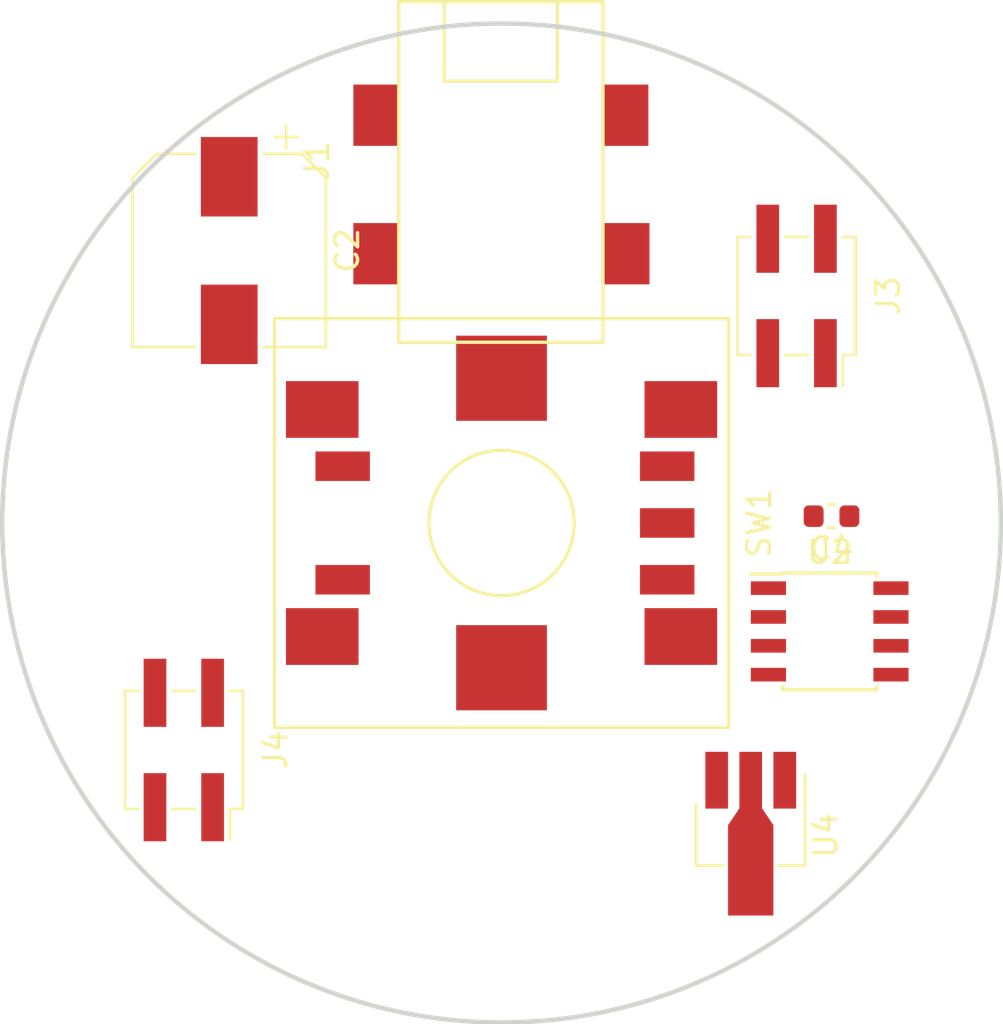
<source format=kicad_pcb>
(kicad_pcb (version 20171130) (host pcbnew 5.0.0-fee4fd1~66~ubuntu18.04.1)

  (general
    (thickness 1.6)
    (drawings 1)
    (tracks 0)
    (zones 0)
    (modules 8)
    (nets 12)
  )

  (page A4)
  (layers
    (0 F.Cu signal)
    (31 B.Cu signal)
    (32 B.Adhes user)
    (33 F.Adhes user)
    (34 B.Paste user)
    (35 F.Paste user)
    (36 B.SilkS user)
    (37 F.SilkS user)
    (38 B.Mask user)
    (39 F.Mask user)
    (40 Dwgs.User user)
    (41 Cmts.User user)
    (42 Eco1.User user)
    (43 Eco2.User user)
    (44 Edge.Cuts user)
    (45 Margin user)
    (46 B.CrtYd user)
    (47 F.CrtYd user)
    (48 B.Fab user)
    (49 F.Fab user)
  )

  (setup
    (last_trace_width 0.25)
    (trace_clearance 0.2)
    (zone_clearance 0.508)
    (zone_45_only no)
    (trace_min 0.2)
    (segment_width 0.2)
    (edge_width 0.2)
    (via_size 0.8)
    (via_drill 0.4)
    (via_min_size 0.4)
    (via_min_drill 0.3)
    (uvia_size 0.3)
    (uvia_drill 0.1)
    (uvias_allowed no)
    (uvia_min_size 0.2)
    (uvia_min_drill 0.1)
    (pcb_text_width 0.3)
    (pcb_text_size 1.5 1.5)
    (mod_edge_width 0.15)
    (mod_text_size 1 1)
    (mod_text_width 0.15)
    (pad_size 1.524 1.524)
    (pad_drill 0.762)
    (pad_to_mask_clearance 0.2)
    (aux_axis_origin 0 0)
    (visible_elements FFFFFF7F)
    (pcbplotparams
      (layerselection 0x010fc_ffffffff)
      (usegerberextensions false)
      (usegerberattributes false)
      (usegerberadvancedattributes false)
      (creategerberjobfile false)
      (excludeedgelayer true)
      (linewidth 0.150000)
      (plotframeref false)
      (viasonmask false)
      (mode 1)
      (useauxorigin false)
      (hpglpennumber 1)
      (hpglpenspeed 20)
      (hpglpendiameter 15.000000)
      (psnegative false)
      (psa4output false)
      (plotreference true)
      (plotvalue true)
      (plotinvisibletext false)
      (padsonsilk false)
      (subtractmaskfromsilk false)
      (outputformat 1)
      (mirror false)
      (drillshape 1)
      (scaleselection 1)
      (outputdirectory ""))
  )

  (net 0 "")
  (net 1 +24V)
  (net 2 /-12V_LOWER)
  (net 3 "Net-(C4-Pad1)")
  (net 4 "Net-(J3-Pad1)")
  (net 5 /VGND_LOWER)
  (net 6 "Net-(J3-Pad3)")
  (net 7 "Net-(J4-Pad1)")
  (net 8 "Net-(U2-Pad4)")
  (net 9 "Net-(U2-Pad5)")
  (net 10 "Net-(U2-Pad6)")
  (net 11 "Net-(U2-Pad7)")

  (net_class Default "This is the default net class."
    (clearance 0.2)
    (trace_width 0.25)
    (via_dia 0.8)
    (via_drill 0.4)
    (uvia_dia 0.3)
    (uvia_drill 0.1)
    (add_net +24V)
    (add_net /-12V_LOWER)
    (add_net /VGND_LOWER)
    (add_net "Net-(C4-Pad1)")
    (add_net "Net-(J3-Pad1)")
    (add_net "Net-(J3-Pad3)")
    (add_net "Net-(J4-Pad1)")
    (add_net "Net-(U2-Pad4)")
    (add_net "Net-(U2-Pad5)")
    (add_net "Net-(U2-Pad6)")
    (add_net "Net-(U2-Pad7)")
  )

  (module footprints:BARREL_CON_SMD (layer F.Cu) (tedit 5BD8170F) (tstamp 5BB66387)
    (at 99.97 84.04 270)
    (path /5B981AC0)
    (fp_text reference J1 (at 0 8.1 270) (layer F.SilkS)
      (effects (font (size 1 1) (thickness 0.15)))
    )
    (fp_text value Barrel_Jack (at 0 -7.9 270) (layer F.Fab)
      (effects (font (size 1 1) (thickness 0.15)))
    )
    (fp_line (start -7 -4.5) (end 8 -4.5) (layer F.SilkS) (width 0.15))
    (fp_line (start 8 -4.5) (end 8 4.5) (layer F.SilkS) (width 0.15))
    (fp_line (start 8 4.5) (end -7 4.5) (layer F.SilkS) (width 0.15))
    (fp_line (start -7 4.5) (end -7 -4.5) (layer F.SilkS) (width 0.15))
    (fp_line (start -7 -2.5) (end -3.5 -2.5) (layer F.SilkS) (width 0.15))
    (fp_line (start -3.5 -2.5) (end -3.5 2.5) (layer F.SilkS) (width 0.15))
    (fp_line (start -3.5 2.5) (end -7 2.5) (layer F.SilkS) (width 0.15))
    (pad "" np_thru_hole circle (at -2 0 270) (size 1.6 1.6) (drill 1.6) (layers *.Cu *.Mask))
    (pad "" np_thru_hole circle (at 2.5 0 270) (size 1.8 1.8) (drill 1.8) (layers *.Cu *.Mask))
    (pad 1 smd rect (at -2 -5.5 270) (size 2.7 2) (layers F.Cu F.Paste F.Mask)
      (net 1 +24V))
    (pad 2 smd rect (at -2 5.5 270) (size 2.7 2) (layers F.Cu F.Paste F.Mask)
      (net 2 /-12V_LOWER))
    (pad 1 smd rect (at 4.1 -5.55 270) (size 2.7 2) (layers F.Cu F.Paste F.Mask)
      (net 1 +24V))
    (pad 3 smd rect (at 4.1 5.5 270) (size 2.7 2) (layers F.Cu F.Paste F.Mask))
  )

  (module Capacitor_SMD:CP_Elec_8x10 (layer F.Cu) (tedit 5A841F9D) (tstamp 5BB273F4)
    (at 88 88 270)
    (descr "SMT capacitor, aluminium electrolytic, 8x10, Nichicon ")
    (tags "Capacitor Electrolytic")
    (path /5B979063)
    (attr smd)
    (fp_text reference C2 (at 0 -5.2 270) (layer F.SilkS)
      (effects (font (size 1 1) (thickness 0.15)))
    )
    (fp_text value 330uF (at 0 5.2 270) (layer F.Fab)
      (effects (font (size 1 1) (thickness 0.15)))
    )
    (fp_circle (center 0 0) (end 4 0) (layer F.Fab) (width 0.1))
    (fp_line (start 4.15 -4.15) (end 4.15 4.15) (layer F.Fab) (width 0.1))
    (fp_line (start -3.15 -4.15) (end 4.15 -4.15) (layer F.Fab) (width 0.1))
    (fp_line (start -3.15 4.15) (end 4.15 4.15) (layer F.Fab) (width 0.1))
    (fp_line (start -4.15 -3.15) (end -4.15 3.15) (layer F.Fab) (width 0.1))
    (fp_line (start -4.15 -3.15) (end -3.15 -4.15) (layer F.Fab) (width 0.1))
    (fp_line (start -4.15 3.15) (end -3.15 4.15) (layer F.Fab) (width 0.1))
    (fp_line (start -3.562278 -1.5) (end -2.762278 -1.5) (layer F.Fab) (width 0.1))
    (fp_line (start -3.162278 -1.9) (end -3.162278 -1.1) (layer F.Fab) (width 0.1))
    (fp_line (start 4.26 4.26) (end 4.26 1.51) (layer F.SilkS) (width 0.12))
    (fp_line (start 4.26 -4.26) (end 4.26 -1.51) (layer F.SilkS) (width 0.12))
    (fp_line (start -3.195563 -4.26) (end 4.26 -4.26) (layer F.SilkS) (width 0.12))
    (fp_line (start -3.195563 4.26) (end 4.26 4.26) (layer F.SilkS) (width 0.12))
    (fp_line (start -4.26 3.195563) (end -4.26 1.51) (layer F.SilkS) (width 0.12))
    (fp_line (start -4.26 -3.195563) (end -4.26 -1.51) (layer F.SilkS) (width 0.12))
    (fp_line (start -4.26 -3.195563) (end -3.195563 -4.26) (layer F.SilkS) (width 0.12))
    (fp_line (start -4.26 3.195563) (end -3.195563 4.26) (layer F.SilkS) (width 0.12))
    (fp_line (start -5.5 -2.51) (end -4.5 -2.51) (layer F.SilkS) (width 0.12))
    (fp_line (start -5 -3.01) (end -5 -2.01) (layer F.SilkS) (width 0.12))
    (fp_line (start 4.4 -4.4) (end 4.4 -1.5) (layer F.CrtYd) (width 0.05))
    (fp_line (start 4.4 -1.5) (end 5.25 -1.5) (layer F.CrtYd) (width 0.05))
    (fp_line (start 5.25 -1.5) (end 5.25 1.5) (layer F.CrtYd) (width 0.05))
    (fp_line (start 5.25 1.5) (end 4.4 1.5) (layer F.CrtYd) (width 0.05))
    (fp_line (start 4.4 1.5) (end 4.4 4.4) (layer F.CrtYd) (width 0.05))
    (fp_line (start -3.25 4.4) (end 4.4 4.4) (layer F.CrtYd) (width 0.05))
    (fp_line (start -3.25 -4.4) (end 4.4 -4.4) (layer F.CrtYd) (width 0.05))
    (fp_line (start -4.4 3.25) (end -3.25 4.4) (layer F.CrtYd) (width 0.05))
    (fp_line (start -4.4 -3.25) (end -3.25 -4.4) (layer F.CrtYd) (width 0.05))
    (fp_line (start -4.4 -3.25) (end -4.4 -1.5) (layer F.CrtYd) (width 0.05))
    (fp_line (start -4.4 1.5) (end -4.4 3.25) (layer F.CrtYd) (width 0.05))
    (fp_line (start -4.4 -1.5) (end -5.25 -1.5) (layer F.CrtYd) (width 0.05))
    (fp_line (start -5.25 -1.5) (end -5.25 1.5) (layer F.CrtYd) (width 0.05))
    (fp_line (start -5.25 1.5) (end -4.4 1.5) (layer F.CrtYd) (width 0.05))
    (fp_text user %R (at 0 0 270) (layer F.Fab)
      (effects (font (size 1 1) (thickness 0.15)))
    )
    (pad 1 smd rect (at -3.25 0 270) (size 3.5 2.5) (layers F.Cu F.Paste F.Mask)
      (net 1 +24V))
    (pad 2 smd rect (at 3.25 0 270) (size 3.5 2.5) (layers F.Cu F.Paste F.Mask)
      (net 2 /-12V_LOWER))
    (model ${KISYS3DMOD}/Capacitor_SMD.3dshapes/CP_Elec_8x10.wrl
      (at (xyz 0 0 0))
      (scale (xyz 1 1 1))
      (rotate (xyz 0 0 0))
    )
  )

  (module Capacitor_SMD:C_0603_1608Metric (layer F.Cu) (tedit 5B301BBE) (tstamp 5BB27405)
    (at 114.54 99.7 180)
    (descr "Capacitor SMD 0603 (1608 Metric), square (rectangular) end terminal, IPC_7351 nominal, (Body size source: http://www.tortai-tech.com/upload/download/2011102023233369053.pdf), generated with kicad-footprint-generator")
    (tags capacitor)
    (path /5B996BD0)
    (attr smd)
    (fp_text reference C4 (at 0 -1.43 180) (layer F.SilkS)
      (effects (font (size 1 1) (thickness 0.15)))
    )
    (fp_text value "1 uF" (at 0 1.43 180) (layer F.Fab)
      (effects (font (size 1 1) (thickness 0.15)))
    )
    (fp_line (start -0.8 0.4) (end -0.8 -0.4) (layer F.Fab) (width 0.1))
    (fp_line (start -0.8 -0.4) (end 0.8 -0.4) (layer F.Fab) (width 0.1))
    (fp_line (start 0.8 -0.4) (end 0.8 0.4) (layer F.Fab) (width 0.1))
    (fp_line (start 0.8 0.4) (end -0.8 0.4) (layer F.Fab) (width 0.1))
    (fp_line (start -0.162779 -0.51) (end 0.162779 -0.51) (layer F.SilkS) (width 0.12))
    (fp_line (start -0.162779 0.51) (end 0.162779 0.51) (layer F.SilkS) (width 0.12))
    (fp_line (start -1.48 0.73) (end -1.48 -0.73) (layer F.CrtYd) (width 0.05))
    (fp_line (start -1.48 -0.73) (end 1.48 -0.73) (layer F.CrtYd) (width 0.05))
    (fp_line (start 1.48 -0.73) (end 1.48 0.73) (layer F.CrtYd) (width 0.05))
    (fp_line (start 1.48 0.73) (end -1.48 0.73) (layer F.CrtYd) (width 0.05))
    (fp_text user %R (at 0 0 180) (layer F.Fab)
      (effects (font (size 0.4 0.4) (thickness 0.06)))
    )
    (pad 1 smd roundrect (at -0.7875 0 180) (size 0.875 0.95) (layers F.Cu F.Paste F.Mask) (roundrect_rratio 0.25)
      (net 3 "Net-(C4-Pad1)"))
    (pad 2 smd roundrect (at 0.7875 0 180) (size 0.875 0.95) (layers F.Cu F.Paste F.Mask) (roundrect_rratio 0.25)
      (net 2 /-12V_LOWER))
    (model ${KISYS3DMOD}/Capacitor_SMD.3dshapes/C_0603_1608Metric.wrl
      (at (xyz 0 0 0))
      (scale (xyz 1 1 1))
      (rotate (xyz 0 0 0))
    )
  )

  (module Connector_PinSocket_2.54mm:PinSocket_2x02_P2.54mm_Vertical_SMD (layer F.Cu) (tedit 5A19A426) (tstamp 5BB2743D)
    (at 113 90 270)
    (descr "surface-mounted straight socket strip, 2x02, 2.54mm pitch, double cols (from Kicad 4.0.7), script generated")
    (tags "Surface mounted socket strip SMD 2x02 2.54mm double row")
    (path /5B99D256)
    (attr smd)
    (fp_text reference J3 (at 0 -4.04 270) (layer F.SilkS)
      (effects (font (size 1 1) (thickness 0.15)))
    )
    (fp_text value Conn_02x02_Odd_Even (at 0 4.04 270) (layer F.Fab)
      (effects (font (size 1 1) (thickness 0.15)))
    )
    (fp_line (start -2.6 -2.6) (end 2.6 -2.6) (layer F.SilkS) (width 0.12))
    (fp_line (start 2.6 -2.6) (end 2.6 -2.03) (layer F.SilkS) (width 0.12))
    (fp_line (start 2.6 -0.51) (end 2.6 0.51) (layer F.SilkS) (width 0.12))
    (fp_line (start 2.6 2.03) (end 2.6 2.6) (layer F.SilkS) (width 0.12))
    (fp_line (start -2.6 2.6) (end 2.6 2.6) (layer F.SilkS) (width 0.12))
    (fp_line (start -2.6 -2.6) (end -2.6 -2.03) (layer F.SilkS) (width 0.12))
    (fp_line (start -2.6 -0.51) (end -2.6 0.51) (layer F.SilkS) (width 0.12))
    (fp_line (start -2.6 2.03) (end -2.6 2.6) (layer F.SilkS) (width 0.12))
    (fp_line (start 2.6 -2.03) (end 3.96 -2.03) (layer F.SilkS) (width 0.12))
    (fp_line (start -2.54 -2.54) (end 1.54 -2.54) (layer F.Fab) (width 0.1))
    (fp_line (start 1.54 -2.54) (end 2.54 -1.54) (layer F.Fab) (width 0.1))
    (fp_line (start 2.54 -1.54) (end 2.54 2.54) (layer F.Fab) (width 0.1))
    (fp_line (start 2.54 2.54) (end -2.54 2.54) (layer F.Fab) (width 0.1))
    (fp_line (start -2.54 2.54) (end -2.54 -2.54) (layer F.Fab) (width 0.1))
    (fp_line (start -3.92 -1.59) (end -2.54 -1.59) (layer F.Fab) (width 0.1))
    (fp_line (start -2.54 -0.95) (end -3.92 -0.95) (layer F.Fab) (width 0.1))
    (fp_line (start -3.92 -0.95) (end -3.92 -1.59) (layer F.Fab) (width 0.1))
    (fp_line (start 2.54 -1.59) (end 3.92 -1.59) (layer F.Fab) (width 0.1))
    (fp_line (start 3.92 -1.59) (end 3.92 -0.95) (layer F.Fab) (width 0.1))
    (fp_line (start 3.92 -0.95) (end 2.54 -0.95) (layer F.Fab) (width 0.1))
    (fp_line (start -3.92 0.95) (end -2.54 0.95) (layer F.Fab) (width 0.1))
    (fp_line (start -2.54 1.59) (end -3.92 1.59) (layer F.Fab) (width 0.1))
    (fp_line (start -3.92 1.59) (end -3.92 0.95) (layer F.Fab) (width 0.1))
    (fp_line (start 2.54 0.95) (end 3.92 0.95) (layer F.Fab) (width 0.1))
    (fp_line (start 3.92 0.95) (end 3.92 1.59) (layer F.Fab) (width 0.1))
    (fp_line (start 3.92 1.59) (end 2.54 1.59) (layer F.Fab) (width 0.1))
    (fp_line (start -4.55 -3.05) (end 4.5 -3.05) (layer F.CrtYd) (width 0.05))
    (fp_line (start 4.5 -3.05) (end 4.5 3.05) (layer F.CrtYd) (width 0.05))
    (fp_line (start 4.5 3.05) (end -4.55 3.05) (layer F.CrtYd) (width 0.05))
    (fp_line (start -4.55 3.05) (end -4.55 -3.05) (layer F.CrtYd) (width 0.05))
    (fp_text user %R (at 0 0 180) (layer F.Fab)
      (effects (font (size 1 1) (thickness 0.15)))
    )
    (pad 1 smd rect (at 2.52 -1.27 270) (size 3 1) (layers F.Cu F.Paste F.Mask)
      (net 4 "Net-(J3-Pad1)"))
    (pad 2 smd rect (at -2.52 -1.27 270) (size 3 1) (layers F.Cu F.Paste F.Mask)
      (net 5 /VGND_LOWER))
    (pad 3 smd rect (at 2.52 1.27 270) (size 3 1) (layers F.Cu F.Paste F.Mask)
      (net 6 "Net-(J3-Pad3)"))
    (pad 4 smd rect (at -2.52 1.27 270) (size 3 1) (layers F.Cu F.Paste F.Mask)
      (net 5 /VGND_LOWER))
    (model ${KISYS3DMOD}/Connector_PinSocket_2.54mm.3dshapes/PinSocket_2x02_P2.54mm_Vertical_SMD.wrl
      (at (xyz 0 0 0))
      (scale (xyz 1 1 1))
      (rotate (xyz 0 0 0))
    )
  )

  (module Connector_PinSocket_2.54mm:PinSocket_2x02_P2.54mm_Vertical_SMD (layer F.Cu) (tedit 5A19A426) (tstamp 5BB27464)
    (at 86 110 270)
    (descr "surface-mounted straight socket strip, 2x02, 2.54mm pitch, double cols (from Kicad 4.0.7), script generated")
    (tags "Surface mounted socket strip SMD 2x02 2.54mm double row")
    (path /5BA02251)
    (attr smd)
    (fp_text reference J4 (at 0 -4.04 270) (layer F.SilkS)
      (effects (font (size 1 1) (thickness 0.15)))
    )
    (fp_text value Conn_02x02_Odd_Even (at 0 4.04 270) (layer F.Fab)
      (effects (font (size 1 1) (thickness 0.15)))
    )
    (fp_text user %R (at 0 0) (layer F.Fab)
      (effects (font (size 1 1) (thickness 0.15)))
    )
    (fp_line (start -4.55 3.05) (end -4.55 -3.05) (layer F.CrtYd) (width 0.05))
    (fp_line (start 4.5 3.05) (end -4.55 3.05) (layer F.CrtYd) (width 0.05))
    (fp_line (start 4.5 -3.05) (end 4.5 3.05) (layer F.CrtYd) (width 0.05))
    (fp_line (start -4.55 -3.05) (end 4.5 -3.05) (layer F.CrtYd) (width 0.05))
    (fp_line (start 3.92 1.59) (end 2.54 1.59) (layer F.Fab) (width 0.1))
    (fp_line (start 3.92 0.95) (end 3.92 1.59) (layer F.Fab) (width 0.1))
    (fp_line (start 2.54 0.95) (end 3.92 0.95) (layer F.Fab) (width 0.1))
    (fp_line (start -3.92 1.59) (end -3.92 0.95) (layer F.Fab) (width 0.1))
    (fp_line (start -2.54 1.59) (end -3.92 1.59) (layer F.Fab) (width 0.1))
    (fp_line (start -3.92 0.95) (end -2.54 0.95) (layer F.Fab) (width 0.1))
    (fp_line (start 3.92 -0.95) (end 2.54 -0.95) (layer F.Fab) (width 0.1))
    (fp_line (start 3.92 -1.59) (end 3.92 -0.95) (layer F.Fab) (width 0.1))
    (fp_line (start 2.54 -1.59) (end 3.92 -1.59) (layer F.Fab) (width 0.1))
    (fp_line (start -3.92 -0.95) (end -3.92 -1.59) (layer F.Fab) (width 0.1))
    (fp_line (start -2.54 -0.95) (end -3.92 -0.95) (layer F.Fab) (width 0.1))
    (fp_line (start -3.92 -1.59) (end -2.54 -1.59) (layer F.Fab) (width 0.1))
    (fp_line (start -2.54 2.54) (end -2.54 -2.54) (layer F.Fab) (width 0.1))
    (fp_line (start 2.54 2.54) (end -2.54 2.54) (layer F.Fab) (width 0.1))
    (fp_line (start 2.54 -1.54) (end 2.54 2.54) (layer F.Fab) (width 0.1))
    (fp_line (start 1.54 -2.54) (end 2.54 -1.54) (layer F.Fab) (width 0.1))
    (fp_line (start -2.54 -2.54) (end 1.54 -2.54) (layer F.Fab) (width 0.1))
    (fp_line (start 2.6 -2.03) (end 3.96 -2.03) (layer F.SilkS) (width 0.12))
    (fp_line (start -2.6 2.03) (end -2.6 2.6) (layer F.SilkS) (width 0.12))
    (fp_line (start -2.6 -0.51) (end -2.6 0.51) (layer F.SilkS) (width 0.12))
    (fp_line (start -2.6 -2.6) (end -2.6 -2.03) (layer F.SilkS) (width 0.12))
    (fp_line (start -2.6 2.6) (end 2.6 2.6) (layer F.SilkS) (width 0.12))
    (fp_line (start 2.6 2.03) (end 2.6 2.6) (layer F.SilkS) (width 0.12))
    (fp_line (start 2.6 -0.51) (end 2.6 0.51) (layer F.SilkS) (width 0.12))
    (fp_line (start 2.6 -2.6) (end 2.6 -2.03) (layer F.SilkS) (width 0.12))
    (fp_line (start -2.6 -2.6) (end 2.6 -2.6) (layer F.SilkS) (width 0.12))
    (pad 4 smd rect (at -2.52 1.27 270) (size 3 1) (layers F.Cu F.Paste F.Mask)
      (net 2 /-12V_LOWER))
    (pad 3 smd rect (at 2.52 1.27 270) (size 3 1) (layers F.Cu F.Paste F.Mask)
      (net 5 /VGND_LOWER))
    (pad 2 smd rect (at -2.52 -1.27 270) (size 3 1) (layers F.Cu F.Paste F.Mask)
      (net 1 +24V))
    (pad 1 smd rect (at 2.52 -1.27 270) (size 3 1) (layers F.Cu F.Paste F.Mask)
      (net 7 "Net-(J4-Pad1)"))
    (model ${KISYS3DMOD}/Connector_PinSocket_2.54mm.3dshapes/PinSocket_2x02_P2.54mm_Vertical_SMD.wrl
      (at (xyz 0 0 0))
      (scale (xyz 1 1 1))
      (rotate (xyz 0 0 0))
    )
  )

  (module footprints:ALPS_EC11_SMD (layer F.Cu) (tedit 5B9E3B54) (tstamp 5BB2747A)
    (at 100 100 90)
    (path /5B99C0A9)
    (fp_text reference SW1 (at 0 11.35 90) (layer F.SilkS)
      (effects (font (size 1 1) (thickness 0.15)))
    )
    (fp_text value Rotary_Encoder (at 0 -11.2 90) (layer F.Fab)
      (effects (font (size 1 1) (thickness 0.15)))
    )
    (fp_circle (center 0 0) (end 3.2 0) (layer F.SilkS) (width 0.15))
    (fp_line (start -9 -10) (end 9 -10) (layer F.SilkS) (width 0.15))
    (fp_line (start 9 -10) (end 9 10) (layer F.SilkS) (width 0.15))
    (fp_line (start 9 10) (end -9 10) (layer F.SilkS) (width 0.15))
    (fp_line (start -9 10) (end -9 -10) (layer F.SilkS) (width 0.15))
    (pad MP smd rect (at -6.375 0 90) (size 3.75 4) (layers F.Cu F.Paste F.Mask))
    (pad MP smd rect (at 6.375 0 90) (size 3.75 4) (layers F.Cu F.Paste F.Mask))
    (pad MP smd rect (at -5 -7.9 90) (size 2.5 3.2) (layers F.Cu F.Paste F.Mask))
    (pad MP smd rect (at 5 -7.9 90) (size 2.5 3.2) (layers F.Cu F.Paste F.Mask))
    (pad MP smd rect (at -5 7.9 90) (size 2.5 3.2) (layers F.Cu F.Paste F.Mask))
    (pad MP smd rect (at 5 7.9 90) (size 2.5 3.2) (layers F.Cu F.Paste F.Mask))
    (pad "" np_thru_hole circle (at 0 0 90) (size 2.1 2.1) (drill 2.1) (layers *.Cu *.Mask))
    (pad "" np_thru_hole circle (at 0 4.5 90) (size 1.6 1.6) (drill 1.6) (layers *.Cu *.Mask))
    (pad C smd rect (at 0 7.3 90) (size 1.3 2.4) (layers F.Cu F.Paste F.Mask)
      (net 5 /VGND_LOWER))
    (pad B smd rect (at 2.5 7.3 90) (size 1.3 2.4) (layers F.Cu F.Paste F.Mask)
      (net 6 "Net-(J3-Pad3)"))
    (pad A smd rect (at -2.5 7.3 90) (size 1.3 2.4) (layers F.Cu F.Paste F.Mask)
      (net 4 "Net-(J3-Pad1)"))
    (pad MP smd rect (at -2.5 -7 90) (size 1.3 2.4) (layers F.Cu F.Paste F.Mask))
    (pad MP smd rect (at 2.5 -7 90) (size 1.3 2.4) (layers F.Cu F.Paste F.Mask))
  )

  (module Package_SO:SOIC-8_3.9x4.9mm_P1.27mm (layer F.Cu) (tedit 5A02F2D3) (tstamp 5BB27497)
    (at 114.46 104.775)
    (descr "8-Lead Plastic Small Outline (SN) - Narrow, 3.90 mm Body [SOIC] (see Microchip Packaging Specification 00000049BS.pdf)")
    (tags "SOIC 1.27")
    (path /5B99331B)
    (attr smd)
    (fp_text reference U2 (at 0 -3.5) (layer F.SilkS)
      (effects (font (size 1 1) (thickness 0.15)))
    )
    (fp_text value TLE2426xD (at 0 3.5) (layer F.Fab)
      (effects (font (size 1 1) (thickness 0.15)))
    )
    (fp_text user %R (at 0 0) (layer F.Fab)
      (effects (font (size 1 1) (thickness 0.15)))
    )
    (fp_line (start -0.95 -2.45) (end 1.95 -2.45) (layer F.Fab) (width 0.1))
    (fp_line (start 1.95 -2.45) (end 1.95 2.45) (layer F.Fab) (width 0.1))
    (fp_line (start 1.95 2.45) (end -1.95 2.45) (layer F.Fab) (width 0.1))
    (fp_line (start -1.95 2.45) (end -1.95 -1.45) (layer F.Fab) (width 0.1))
    (fp_line (start -1.95 -1.45) (end -0.95 -2.45) (layer F.Fab) (width 0.1))
    (fp_line (start -3.73 -2.7) (end -3.73 2.7) (layer F.CrtYd) (width 0.05))
    (fp_line (start 3.73 -2.7) (end 3.73 2.7) (layer F.CrtYd) (width 0.05))
    (fp_line (start -3.73 -2.7) (end 3.73 -2.7) (layer F.CrtYd) (width 0.05))
    (fp_line (start -3.73 2.7) (end 3.73 2.7) (layer F.CrtYd) (width 0.05))
    (fp_line (start -2.075 -2.575) (end -2.075 -2.525) (layer F.SilkS) (width 0.15))
    (fp_line (start 2.075 -2.575) (end 2.075 -2.43) (layer F.SilkS) (width 0.15))
    (fp_line (start 2.075 2.575) (end 2.075 2.43) (layer F.SilkS) (width 0.15))
    (fp_line (start -2.075 2.575) (end -2.075 2.43) (layer F.SilkS) (width 0.15))
    (fp_line (start -2.075 -2.575) (end 2.075 -2.575) (layer F.SilkS) (width 0.15))
    (fp_line (start -2.075 2.575) (end 2.075 2.575) (layer F.SilkS) (width 0.15))
    (fp_line (start -2.075 -2.525) (end -3.475 -2.525) (layer F.SilkS) (width 0.15))
    (pad 1 smd rect (at -2.7 -1.905) (size 1.55 0.6) (layers F.Cu F.Paste F.Mask)
      (net 5 /VGND_LOWER))
    (pad 2 smd rect (at -2.7 -0.635) (size 1.55 0.6) (layers F.Cu F.Paste F.Mask)
      (net 2 /-12V_LOWER))
    (pad 3 smd rect (at -2.7 0.635) (size 1.55 0.6) (layers F.Cu F.Paste F.Mask)
      (net 1 +24V))
    (pad 4 smd rect (at -2.7 1.905) (size 1.55 0.6) (layers F.Cu F.Paste F.Mask)
      (net 8 "Net-(U2-Pad4)"))
    (pad 5 smd rect (at 2.7 1.905) (size 1.55 0.6) (layers F.Cu F.Paste F.Mask)
      (net 9 "Net-(U2-Pad5)"))
    (pad 6 smd rect (at 2.7 0.635) (size 1.55 0.6) (layers F.Cu F.Paste F.Mask)
      (net 10 "Net-(U2-Pad6)"))
    (pad 7 smd rect (at 2.7 -0.635) (size 1.55 0.6) (layers F.Cu F.Paste F.Mask)
      (net 11 "Net-(U2-Pad7)"))
    (pad 8 smd rect (at 2.7 -1.905) (size 1.55 0.6) (layers F.Cu F.Paste F.Mask)
      (net 3 "Net-(C4-Pad1)"))
    (model ${KISYS3DMOD}/Package_SO.3dshapes/SOIC-8_3.9x4.9mm_P1.27mm.wrl
      (at (xyz 0 0 0))
      (scale (xyz 1 1 1))
      (rotate (xyz 0 0 0))
    )
  )

  (module Package_TO_SOT_SMD:SOT-89-3_Handsoldering (layer F.Cu) (tedit 5A02FF57) (tstamp 5BB274AE)
    (at 110.98 113.31 270)
    (descr "SOT-89-3 Handsoldering")
    (tags "SOT-89-3 Handsoldering")
    (path /5B9B95EA)
    (attr smd)
    (fp_text reference U4 (at 0.45 -3.3 270) (layer F.SilkS)
      (effects (font (size 1 1) (thickness 0.15)))
    )
    (fp_text value L7805 (at 0.5 3.15 270) (layer F.Fab)
      (effects (font (size 1 1) (thickness 0.15)))
    )
    (fp_text user %R (at 0.38 0) (layer F.Fab)
      (effects (font (size 0.6 0.6) (thickness 0.09)))
    )
    (fp_line (start -3.5 2.55) (end 4.25 2.55) (layer F.CrtYd) (width 0.05))
    (fp_line (start 4.25 2.55) (end 4.25 -2.55) (layer F.CrtYd) (width 0.05))
    (fp_line (start 4.25 -2.55) (end -3.5 -2.55) (layer F.CrtYd) (width 0.05))
    (fp_line (start -3.5 -2.55) (end -3.5 2.55) (layer F.CrtYd) (width 0.05))
    (fp_line (start 1.78 1.2) (end 1.78 2.4) (layer F.SilkS) (width 0.12))
    (fp_line (start 1.78 2.4) (end -0.92 2.4) (layer F.SilkS) (width 0.12))
    (fp_line (start -2.22 -2.4) (end 1.78 -2.4) (layer F.SilkS) (width 0.12))
    (fp_line (start 1.78 -2.4) (end 1.78 -1.2) (layer F.SilkS) (width 0.12))
    (fp_line (start -0.92 -1.51) (end -0.13 -2.3) (layer F.Fab) (width 0.1))
    (fp_line (start 1.68 -2.3) (end 1.68 2.3) (layer F.Fab) (width 0.1))
    (fp_line (start 1.68 2.3) (end -0.92 2.3) (layer F.Fab) (width 0.1))
    (fp_line (start -0.92 2.3) (end -0.92 -1.51) (layer F.Fab) (width 0.1))
    (fp_line (start -0.13 -2.3) (end 1.68 -2.3) (layer F.Fab) (width 0.1))
    (pad 1 smd rect (at -1.98 -1.5 180) (size 1 2.5) (layers F.Cu F.Paste F.Mask)
      (net 1 +24V))
    (pad 2 smd rect (at -1.98 0 180) (size 1 2.5) (layers F.Cu F.Paste F.Mask)
      (net 5 /VGND_LOWER))
    (pad 3 smd rect (at -1.98 1.5 180) (size 1 2.5) (layers F.Cu F.Paste F.Mask)
      (net 7 "Net-(J4-Pad1)"))
    (pad 2 smd rect (at 1.98 0 180) (size 2 4) (layers F.Cu F.Paste F.Mask)
      (net 5 /VGND_LOWER))
    (pad 2 smd trapezoid (at -0.37 0) (size 1.5 0.75) (rect_delta 0 0.5 ) (layers F.Cu F.Paste F.Mask)
      (net 5 /VGND_LOWER))
    (model ${KISYS3DMOD}/Package_TO_SOT_SMD.3dshapes/SOT-89-3.wrl
      (at (xyz 0 0 0))
      (scale (xyz 1 1 1))
      (rotate (xyz 0 0 0))
    )
  )

  (gr_circle (center 100 100) (end 122 100) (layer Edge.Cuts) (width 0.2))

)

</source>
